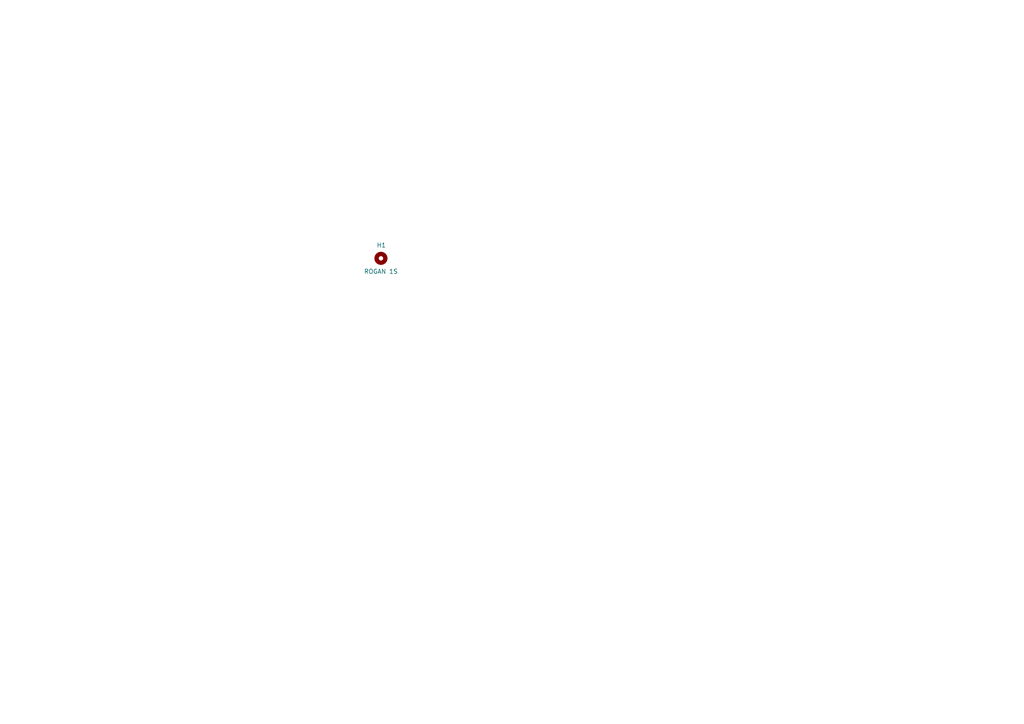
<source format=kicad_sch>
(kicad_sch (version 20211123) (generator eeschema)
  (paper "A4")
  (lib_symbols
    (symbol "Mechanical:MountingHole" (pin_names (offset 1.016))
      (property "Reference" "H" (at 0 5.08 0))
      (property "Value" "MountingHole" (at 0 3.175 0))
      (symbol "MountingHole_0_1"
        (circle (center 0 0) (radius 1.27) (stroke (width 1.27)))
      )
    )
  )
  (symbol (lib_id "Mechanical:MountingHole") (at 110.49 74.93 90) (mirror x) (unit 1)
    (property "Reference" "H1" (at 109.22 71.12 90) (effects (justify right)))
    (property "Value" "ROGAN 1S" (at 110.49 78.74 90))
    (property "Footprint" "Empty:Empty" (effects hide))
    (property "Device" "Knob" (effects hide))
    (property "Description" "1S - Small Encoder WHITE (D Shaft) - Rogan PT Plastic Knob" (effects hide))
    (property "Place" "No" (effects hide))
    (property "Dist" "Thonk" (effects hide))
    (property "DistLink" "https://www.thonk.co.uk/shop/make-noise-mutable-style-knobs/" (effects hide))
    (property "Simulator" "erb::AlphaPot <erb::Rogan1S>" (effects hide))
  )
)
</source>
